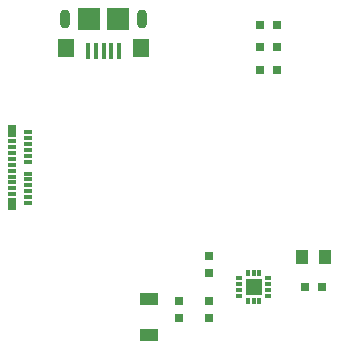
<source format=gtp>
G04 #@! TF.FileFunction,Paste,Top*
%FSLAX46Y46*%
G04 Gerber Fmt 4.6, Leading zero omitted, Abs format (unit mm)*
G04 Created by KiCad (PCBNEW 4.0.6) date 03/18/17 14:34:34*
%MOMM*%
%LPD*%
G01*
G04 APERTURE LIST*
%ADD10C,0.254000*%
%ADD11R,0.400000X1.350000*%
%ADD12R,1.900000X1.900000*%
%ADD13R,1.400000X1.600000*%
%ADD14O,0.900000X1.600000*%
%ADD15R,1.600000X1.000000*%
%ADD16R,0.750000X0.800000*%
%ADD17R,1.000000X1.250000*%
%ADD18R,0.800000X0.750000*%
%ADD19R,0.300000X0.580000*%
%ADD20R,0.580000X0.300000*%
%ADD21R,1.450000X1.450000*%
%ADD22R,0.700000X0.300000*%
%ADD23R,0.700000X1.000000*%
G04 APERTURE END LIST*
D10*
D11*
X15270000Y28875000D03*
X14620000Y28875000D03*
X13970000Y28875000D03*
X13320000Y28875000D03*
X12670000Y28875000D03*
D12*
X15170000Y31550000D03*
X12770000Y31550000D03*
D13*
X17170000Y29100000D03*
X10770000Y29100000D03*
D14*
X17270000Y31550000D03*
X10670000Y31550000D03*
D15*
X17780000Y7850000D03*
X17780000Y4850000D03*
D16*
X20320000Y7735000D03*
X20320000Y6235000D03*
D17*
X30750000Y11430000D03*
X32750000Y11430000D03*
D18*
X31000000Y8890000D03*
X32500000Y8890000D03*
D16*
X22860000Y7735000D03*
X22860000Y6235000D03*
X22860000Y10045000D03*
X22860000Y11545000D03*
D18*
X28690000Y31115000D03*
X27190000Y31115000D03*
X28690000Y29210000D03*
X27190000Y29210000D03*
X28690000Y27305000D03*
X27190000Y27305000D03*
D19*
X26170000Y7675000D03*
X26670000Y7675000D03*
X27170000Y7675000D03*
D20*
X27885000Y8640000D03*
X27885000Y9140000D03*
X27885000Y9640000D03*
D19*
X27170000Y10105000D03*
X26670000Y10105000D03*
X26170000Y10105000D03*
D20*
X25455000Y9640000D03*
X25455000Y8640000D03*
X25455000Y8140000D03*
X25455000Y9140000D03*
X27885000Y8140000D03*
D21*
X26670000Y8890000D03*
D22*
X7540000Y22000000D03*
X7540000Y21500000D03*
X7540000Y21000000D03*
X7540000Y20500000D03*
X7540000Y20000000D03*
X7540000Y19500000D03*
X7540000Y18500000D03*
X7540000Y18000000D03*
X7540000Y17500000D03*
X7540000Y17000000D03*
X7540000Y16500000D03*
X7540000Y16000000D03*
D23*
X6240000Y15900000D03*
D22*
X6240000Y16750000D03*
X6240000Y17250000D03*
X6240000Y17750000D03*
X6240000Y18250000D03*
X6240000Y18750000D03*
X6240000Y19250000D03*
X6240000Y19750000D03*
X6240000Y20250000D03*
X6240000Y20750000D03*
X6240000Y21250000D03*
D23*
X6240000Y22100000D03*
M02*

</source>
